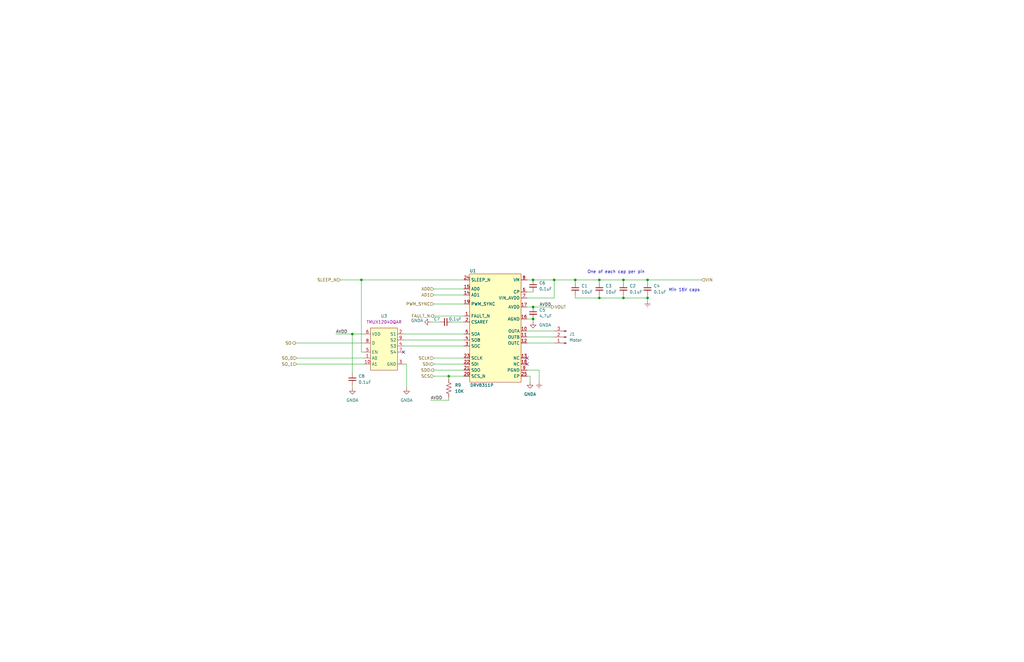
<source format=kicad_sch>
(kicad_sch (version 20230121) (generator eeschema)
  (paper "B")
  (lib_symbols
    (symbol "Connector:Conn_01x03_Pin" (pin_names (offset 1.016) hide)
      (property "Reference" "J" (at 0 5.08 0))
      (property "Value" "Conn_01x03_Pin" (at 0 -5.08 0))
      (symbol "Conn_01x03_Pin_1_1"
        (polyline (pts (xy 1.27 -2.54) (xy 0.8636 -2.54)) (stroke (width 0.1524)))
        (polyline (pts (xy 1.27 0) (xy 0.8636 0)) (stroke (width 0.1524)))
        (polyline (pts (xy 1.27 2.54) (xy 0.8636 2.54)) (stroke (width 0.1524)))
        (rectangle (start 0.8636 -2.413) (end 0 -2.667) (stroke (width 0.1524)) (fill (type outline)))
        (rectangle (start 0.8636 0.127) (end 0 -0.127) (stroke (width 0.1524)) (fill (type outline)))
        (rectangle (start 0.8636 2.667) (end 0 2.413) (stroke (width 0.1524)) (fill (type outline)))
        (pin passive line (at 5.08 2.54 180) (length 3.81) (name "Pin_1") (number "1"))
        (pin passive line (at 5.08 0 180) (length 3.81) (name "Pin_2") (number "2"))
        (pin passive line (at 5.08 -2.54 180) (length 3.81) (name "Pin_3") (number "3"))
      )
    )
    (symbol "Device:C_Small" (pin_numbers hide) (pin_names (offset 0.254) hide)
      (property "Reference" "C" (at 0.254 1.778 0))
      (property "Value" "C_Small" (at 0.254 -2.032 0))
      (symbol "C_Small_0_1"
        (polyline (pts (xy -1.524 -0.508) (xy 1.524 -0.508)) (stroke (width 0.3302)))
        (polyline (pts (xy -1.524 0.508) (xy 1.524 0.508)) (stroke (width 0.3048)))
      )
      (symbol "C_Small_1_1"
        (pin passive line (at 0 2.54 270) (length 2.032) (name "~") (number "1"))
        (pin passive line (at 0 -2.54 90) (length 2.032) (name "~") (number "2"))
      )
    )
    (symbol "Device:R_US" (pin_numbers hide) (pin_names (offset 0))
      (property "Reference" "R" (at 2.54 0 90))
      (property "Value" "R_US" (at -2.54 0 90))
      (symbol "R_US_0_1"
        (polyline (pts (xy 0 -2.286) (xy 0 -2.54)))
        (polyline (pts (xy 0 2.286) (xy 0 2.54)))
        (polyline (pts (xy 0 -0.762) (xy 1.016 -1.143) (xy 0 -1.524) (xy -1.016 -1.905) (xy 0 -2.286)))
        (polyline (pts (xy 0 0.762) (xy 1.016 0.381) (xy 0 0) (xy -1.016 -0.381) (xy 0 -0.762)))
        (polyline (pts (xy 0 2.286) (xy 1.016 1.905) (xy 0 1.524) (xy -1.016 1.143) (xy 0 0.762)))
      )
      (symbol "R_US_1_1"
        (pin passive line (at 0 3.81 270) (length 1.27) (name "~") (number "1"))
        (pin passive line (at 0 -3.81 90) (length 1.27) (name "~") (number "2"))
      )
    )
    (symbol "_Huff_Custom:DRV8311P"
      (property "Reference" "U" (at 1.27 1.27 0))
      (property "Value" "DRV8311P" (at 5.08 -46.99 0))
      (symbol "DRV8311P_0_0"
        (pin passive line (at -2.54 -17.78 0) (length 2.54) (name "FAULT_N") (number "1"))
        (pin passive line (at 24.13 -24.13 180) (length 2.54) (name "OUTA") (number "10"))
        (pin passive line (at 24.13 -26.67 180) (length 2.54) (name "OUTB") (number "11"))
        (pin passive line (at 24.13 -29.21 180) (length 2.54) (name "OUTC") (number "12"))
        (pin passive line (at 24.13 -35.56 180) (length 2.54) (name "NC") (number "13"))
        (pin passive line (at -2.54 -8.89 0) (length 2.54) (name "AD1") (number "14"))
        (pin passive line (at -2.54 -6.35 0) (length 2.54) (name "AD0") (number "15"))
        (pin passive line (at 24.13 -19.05 180) (length 2.54) (name "AGND") (number "16"))
        (pin passive line (at 24.13 -13.97 180) (length 2.54) (name "AVDD") (number "17"))
        (pin passive line (at 24.13 -38.1 180) (length 2.54) (name "NC") (number "18"))
        (pin passive line (at -2.54 -12.7 0) (length 2.54) (name "PWM_SYNC") (number "19"))
        (pin passive line (at -2.54 -20.32 0) (length 2.54) (name "CSAREF") (number "2"))
        (pin passive line (at -2.54 -43.18 0) (length 2.54) (name "SCS_N") (number "20"))
        (pin passive line (at -2.54 -40.64 0) (length 2.54) (name "SDO") (number "21"))
        (pin passive line (at -2.54 -38.1 0) (length 2.54) (name "SDI") (number "22"))
        (pin passive line (at -2.54 -35.56 0) (length 2.54) (name "SCLK") (number "23"))
        (pin passive line (at -2.54 -2.54 0) (length 2.54) (name "SLEEP_N") (number "24"))
        (pin passive line (at 24.13 -43.18 180) (length 2.54) (name "EP") (number "25"))
        (pin passive line (at -2.54 -30.48 0) (length 2.54) (name "SOC") (number "3"))
        (pin passive line (at -2.54 -27.94 0) (length 2.54) (name "SOB") (number "4"))
        (pin passive line (at -2.54 -25.4 0) (length 2.54) (name "SOA") (number "5"))
        (pin passive line (at 24.13 -7.62 180) (length 2.54) (name "CP") (number "6"))
        (pin passive line (at 24.13 -10.16 180) (length 2.54) (name "VIN_AVDD") (number "7"))
        (pin passive line (at 24.13 -2.54 180) (length 2.54) (name "VM") (number "8"))
        (pin passive line (at 24.13 -40.64 180) (length 2.54) (name "PGND") (number "9"))
      )
      (symbol "DRV8311P_1_1"
        (rectangle (start 0 0) (end 21.59 -45.72) (fill (type background)))
      )
    )
    (symbol "_Huff_Custom:TMUX1204DQAR"
      (property "Reference" "U" (at 1.27 1.27 0))
      (property "Part_Number" "TMUX1204DQAR" (at 7.62 -19.05 0))
      (symbol "TMUX1204DQAR_0_0"
        (pin unspecified line (at -2.54 -12.7 0) (length 2.54) (name "A0") (number "1"))
        (pin unspecified line (at -2.54 -15.24 0) (length 2.54) (name "A1") (number "10"))
        (pin unspecified line (at 13.97 -2.54 180) (length 2.54) (name "S1") (number "2"))
        (pin unspecified line (at 13.97 -15.24 180) (length 2.54) (name "GND") (number "3"))
        (pin unspecified line (at 13.97 -7.62 180) (length 2.54) (name "S3") (number "4"))
        (pin unspecified line (at -2.54 -10.16 0) (length 2.54) (name "EN") (number "5"))
        (pin unspecified line (at -2.54 -2.54 0) (length 2.54) (name "VDD") (number "6"))
        (pin unspecified line (at 13.97 -10.16 180) (length 2.54) (name "S4") (number "7"))
        (pin unspecified line (at -2.54 -6.35 0) (length 2.54) (name "D") (number "8"))
        (pin unspecified line (at 13.97 -5.08 180) (length 2.54) (name "S2") (number "9"))
      )
      (symbol "TMUX1204DQAR_1_1"
        (rectangle (start 0 0) (end 11.43 -17.78) (fill (type background)))
      )
    )
    (symbol "power:Earth" (power) (pin_names (offset 0))
      (symbol "Earth_0_1"
        (polyline (pts (xy -0.635 -1.905) (xy 0.635 -1.905)))
        (polyline (pts (xy -0.127 -2.54) (xy 0.127 -2.54)))
        (polyline (pts (xy 0 -1.27) (xy 0 0)))
        (polyline (pts (xy 1.27 -1.27) (xy -1.27 -1.27)))
      )
      (symbol "Earth_1_1"
        (pin power_in line (at 0 0 270) (length 0) hide (name "Earth") (number "1"))
      )
    )
    (symbol "power:GNDA" (power) (pin_names (offset 0))
      (property "Value" "GNDA" (at 0 -3.81 0))
      (symbol "GNDA_0_1"
        (polyline (pts (xy 0 0) (xy 0 -1.27) (xy 1.27 -1.27) (xy 0 -2.54) (xy -1.27 -1.27) (xy 0 -1.27)))
      )
      (symbol "GNDA_1_1"
        (pin power_in line (at 0 0 270) (length 0) hide (name "GNDA") (number "1"))
      )
    )
  )
  (junction (at 152.4 118.11))
  (junction (at 224.79 134.62))
  (junction (at 233.68 118.11))
  (junction (at 252.73 118.11))
  (junction (at 273.05 125.73))
  (junction (at 273.05 118.11))
  (junction (at 242.57 118.11))
  (junction (at 262.89 125.73))
  (junction (at 189.23 158.75))
  (junction (at 224.79 118.11))
  (junction (at 148.59 140.97))
  (junction (at 262.89 118.11))
  (junction (at 224.79 129.54))
  (junction (at 252.73 125.73))
  (no_connect (at 170.18 148.59))
  (no_connect (at 222.25 153.67))
  (no_connect (at 222.25 151.13))
  (wire (pts (xy 242.57 125.73) (xy 242.57 124.46)))
  (wire (pts (xy 182.88 124.46) (xy 195.58 124.46)))
  (wire (pts (xy 148.59 163.83) (xy 148.59 162.56)))
  (wire (pts (xy 222.25 123.19) (xy 224.79 123.19)))
  (wire (pts (xy 182.88 158.75) (xy 189.23 158.75)))
  (wire (pts (xy 227.33 156.21) (xy 227.33 161.29)))
  (wire (pts (xy 224.79 118.11) (xy 233.68 118.11)))
  (wire (pts (xy 152.4 118.11) (xy 195.58 118.11)))
  (wire (pts (xy 233.68 118.11) (xy 233.68 125.73)))
  (wire (pts (xy 262.89 118.11) (xy 273.05 118.11)))
  (wire (pts (xy 189.23 168.91) (xy 181.61 168.91)))
  (wire (pts (xy 148.59 140.97) (xy 153.67 140.97)))
  (wire (pts (xy 182.88 121.92) (xy 195.58 121.92)))
  (wire (pts (xy 181.61 135.89) (xy 185.42 135.89)))
  (wire (pts (xy 252.73 124.46) (xy 252.73 125.73)))
  (wire (pts (xy 222.25 134.62) (xy 224.79 134.62)))
  (wire (pts (xy 182.88 128.27) (xy 195.58 128.27)))
  (wire (pts (xy 189.23 160.02) (xy 189.23 158.75)))
  (wire (pts (xy 224.79 129.54) (xy 232.41 129.54)))
  (wire (pts (xy 182.88 153.67) (xy 195.58 153.67)))
  (wire (pts (xy 189.23 158.75) (xy 195.58 158.75)))
  (wire (pts (xy 262.89 124.46) (xy 262.89 125.73)))
  (wire (pts (xy 182.88 156.21) (xy 195.58 156.21)))
  (wire (pts (xy 222.25 129.54) (xy 224.79 129.54)))
  (wire (pts (xy 170.18 153.67) (xy 171.45 153.67)))
  (wire (pts (xy 170.18 146.05) (xy 195.58 146.05)))
  (wire (pts (xy 170.18 140.97) (xy 195.58 140.97)))
  (wire (pts (xy 242.57 125.73) (xy 252.73 125.73)))
  (wire (pts (xy 222.25 158.75) (xy 223.52 158.75)))
  (wire (pts (xy 222.25 118.11) (xy 224.79 118.11)))
  (wire (pts (xy 273.05 124.46) (xy 273.05 125.73)))
  (wire (pts (xy 152.4 148.59) (xy 152.4 118.11)))
  (wire (pts (xy 153.67 148.59) (xy 152.4 148.59)))
  (wire (pts (xy 125.095 153.67) (xy 153.67 153.67)))
  (wire (pts (xy 273.05 118.11) (xy 295.91 118.11)))
  (wire (pts (xy 222.25 156.21) (xy 227.33 156.21)))
  (wire (pts (xy 125.095 151.13) (xy 153.67 151.13)))
  (wire (pts (xy 141.605 140.97) (xy 148.59 140.97)))
  (wire (pts (xy 223.52 158.75) (xy 223.52 161.29)))
  (wire (pts (xy 182.88 133.35) (xy 195.58 133.35)))
  (wire (pts (xy 262.89 119.38) (xy 262.89 118.11)))
  (wire (pts (xy 252.73 118.11) (xy 262.89 118.11)))
  (wire (pts (xy 148.59 157.48) (xy 148.59 140.97)))
  (wire (pts (xy 189.23 168.91) (xy 189.23 167.64)))
  (wire (pts (xy 233.68 144.78) (xy 222.25 144.78)))
  (wire (pts (xy 171.45 153.67) (xy 171.45 163.83)))
  (wire (pts (xy 233.68 118.11) (xy 242.57 118.11)))
  (wire (pts (xy 233.68 139.7) (xy 222.25 139.7)))
  (wire (pts (xy 182.88 151.13) (xy 195.58 151.13)))
  (wire (pts (xy 143.51 118.11) (xy 152.4 118.11)))
  (wire (pts (xy 170.18 143.51) (xy 195.58 143.51)))
  (wire (pts (xy 222.25 125.73) (xy 233.68 125.73)))
  (wire (pts (xy 273.05 125.73) (xy 273.05 127)))
  (wire (pts (xy 262.89 125.73) (xy 273.05 125.73)))
  (wire (pts (xy 190.5 135.89) (xy 195.58 135.89)))
  (wire (pts (xy 124.46 144.78) (xy 153.67 144.78)))
  (wire (pts (xy 242.57 118.11) (xy 252.73 118.11)))
  (wire (pts (xy 233.68 142.24) (xy 222.25 142.24)))
  (wire (pts (xy 242.57 119.38) (xy 242.57 118.11)))
  (wire (pts (xy 252.73 119.38) (xy 252.73 118.11)))
  (wire (pts (xy 224.79 134.62) (xy 224.79 135.89)))
  (wire (pts (xy 273.05 119.38) (xy 273.05 118.11)))
  (wire (pts (xy 252.73 125.73) (xy 262.89 125.73)))
  (text "One of each cap per pin" (at 247.65 115.57 0) (effects (font (size 1.27 1.27)) (justify left bottom)))
  (text "Min 16V caps" (at 281.94 123.19 0) (effects (font (size 1.27 1.27)) (justify left bottom)))
  (label "AVDD" (at 181.61 168.91 0))
  (label "AVDD" (at 141.605 140.97 0))
  (label "AVDD" (at 232.41 129.54 180))
  (hierarchical_label "SO_1" (shape input) (at 125.095 153.67 180))
  (hierarchical_label "VOUT" (shape output) (at 232.41 129.54 0))
  (hierarchical_label "VIN" (shape input) (at 295.91 118.11 0))
  (hierarchical_label "SDI" (shape input) (at 182.88 153.67 180))
  (hierarchical_label "SCLK" (shape input) (at 182.88 151.13 180))
  (hierarchical_label "AD0" (shape input) (at 182.88 121.92 180))
  (hierarchical_label "SDO" (shape output) (at 182.88 156.21 180))
  (hierarchical_label "FAULT_N" (shape output) (at 182.88 133.35 180))
  (hierarchical_label "SLEEP_N" (shape input) (at 143.51 118.11 180))
  (hierarchical_label "SCS" (shape input) (at 182.88 158.75 180))
  (hierarchical_label "SO" (shape output) (at 124.46 144.78 180))
  (hierarchical_label "SO_0" (shape input) (at 125.095 151.13 180))
  (hierarchical_label "PWM_SYNC" (shape input) (at 182.88 128.27 180))
  (hierarchical_label "AD1" (shape input) (at 182.88 124.46 180))
  (symbol (lib_id "power:Earth") (at 273.05 127 0) (unit 1)
    (property "Reference" "#PWR04" (effects hide))
    (property "Value" "Earth" (effects hide))
    (instances (project "minidrone" (path "" (reference "#PWR04") (unit 1)) (path "" (reference "#PWR014") (unit 1)) (path "" (reference "#PWR021") (unit 1)) (path "" (reference "#PWR028") (unit 1))))
  )
  (symbol (lib_id "Device:C_Small") (at 224.79 120.65 0) (unit 1)
    (property "Reference" "C6" (at 227.33 119.3863 0) (effects (justify left)))
    (property "Value" "0.1uF" (at 227.33 121.9263 0) (effects (justify left)))
    (property "Footprint" "Capacitor_SMD:C_0402_1005Metric" (effects hide))
    (property "Datasheet" "https://search.murata.co.jp/Ceramy/image/img/A01X/G101/ENG/GRM155R71E104KE14-01.pdf" (effects hide))
    (property "Part_Number" "GRM155R71E104KE14J" (effects hide))
    (property "V_Rated" "25V" (effects hide))
    (instances (project "minidrone" (path "" (reference "C6") (unit 1)) (path "" (reference "C11") (unit 1)) (path "" (reference "C19") (unit 1)) (path "" (reference "C27") (unit 1))))
  )
  (symbol (lib_id "Device:R_US") (at 189.23 163.83 0) (unit 1)
    (property "Reference" "R9" (at 191.77 162.56 0) (effects (justify left)))
    (property "Value" "10K" (at 191.77 165.1 0) (effects (justify left)))
    (property "Footprint" "Resistor_SMD:R_0402_1005Metric" (effects hide))
    (instances (project "minidrone" (path "" (reference "R9") (unit 1)) (path "" (reference "R10") (unit 1)) (path "" (reference "R11") (unit 1)) (path "" (reference "R12") (unit 1))))
  )
  (symbol (lib_id "Device:C_Small") (at 262.89 121.92 0) (unit 1)
    (property "Reference" "C2" (at 265.43 120.6563 0) (effects (justify left)))
    (property "Value" "0.1uF" (at 265.43 123.1963 0) (effects (justify left)))
    (property "Footprint" "Capacitor_SMD:C_0402_1005Metric" (effects hide))
    (property "Datasheet" "https://search.murata.co.jp/Ceramy/image/img/A01X/G101/ENG/GRM155R71E104KE14-01.pdf" (effects hide))
    (property "Part_Number" "GRM155R71E104KE14J" (effects hide))
    (property "V_Rated" "25V" (effects hide))
    (instances (project "minidrone" (path "" (reference "C2") (unit 1)) (path "" (reference "C15") (unit 1)) (path "" (reference "C23") (unit 1)) (path "" (reference "C31") (unit 1))))
  )
  (symbol (lib_id "Device:C_Small") (at 148.59 160.02 0) (unit 1)
    (property "Reference" "C8" (at 151.13 158.7563 0) (effects (justify left)))
    (property "Value" "0.1uF" (at 151.13 161.2963 0) (effects (justify left)))
    (property "Footprint" "Capacitor_SMD:C_0402_1005Metric" (effects hide))
    (property "Datasheet" "https://search.murata.co.jp/Ceramy/image/img/A01X/G101/ENG/GRM155R71E104KE14-01.pdf" (effects hide))
    (property "Part_Number" "GRM155R71E104KE14J" (effects hide))
    (property "V_Rated" "25V" (effects hide))
    (instances (project "minidrone" (path "" (reference "C8") (unit 1)) (path "" (reference "C9") (unit 1)) (path "" (reference "C17") (unit 1)) (path "" (reference "C25") (unit 1))))
  )
  (symbol (lib_id "Device:C_Small") (at 252.73 121.92 0) (unit 1)
    (property "Reference" "C3" (at 255.27 120.6563 0) (effects (justify left)))
    (property "Value" "10uF" (at 255.27 123.1963 0) (effects (justify left)))
    (property "Footprint" "Capacitor_SMD:C_0805_2012Metric" (effects hide))
    (property "Datasheet" "https://media.digikey.com/pdf/Data%20Sheets/Samsung%20PDFs/CL21A106KOQNNNE_Spec.pdf" (effects hide))
    (property "Part_Number" "CL21A106KOQNNNE" (effects hide))
    (property "V_Rated" "16V" (effects hide))
    (instances (project "minidrone" (path "" (reference "C3") (unit 1)) (path "" (reference "C14") (unit 1)) (path "" (reference "C22") (unit 1)) (path "" (reference "C30") (unit 1))))
  )
  (symbol (lib_id "_Huff_Custom:DRV8311P") (at 198.12 115.57 0) (unit 1)
    (property "Reference" "U1" (at 199.39 114.3 0))
    (property "Value" "DRV8311P" (at 203.2 162.56 0))
    (property "Footprint" "Huff_Custom:QFN-24_EP_3x3_Pitch0.4mm" (effects hide))
    (property "Datasheet" "https://www.ti.com/lit/ds/symlink/drv8311.pdf?HQS=dis-mous-null-mousermode-dsf-pf-null-wwe&ts=1689881718477&ref_url=https%253A%252F%252Feu.mouser.com%252F" (effects hide))
    (instances (project "minidrone" (path "" (reference "U1") (unit 1)) (path "" (reference "U5") (unit 1)) (path "" (reference "U7") (unit 1)) (path "" (reference "U9") (unit 1))))
  )
  (symbol (lib_id "Device:C_Small") (at 242.57 121.92 0) (unit 1)
    (property "Reference" "C1" (at 245.11 120.6563 0) (effects (justify left)))
    (property "Value" "10uF" (at 245.11 123.1963 0) (effects (justify left)))
    (property "Footprint" "Capacitor_SMD:C_0805_2012Metric" (effects hide))
    (property "Datasheet" "https://media.digikey.com/pdf/Data%20Sheets/Samsung%20PDFs/CL21A106KOQNNNE_Spec.pdf" (effects hide))
    (property "Part_Number" "CL21A106KOQNNNE" (effects hide))
    (property "V_Rated" "16V" (effects hide))
    (instances (project "minidrone" (path "" (reference "C1") (unit 1)) (path "" (reference "C13") (unit 1)) (path "" (reference "C21") (unit 1)) (path "" (reference "C29") (unit 1))))
  )
  (symbol (lib_id "_Huff_Custom:TMUX1204DQAR") (at 156.21 138.43 0) (unit 1)
    (property "Reference" "U3" (at 161.925 133.35 0))
    (property "Footprint" "Package_SON:USON-10_2.5x1.0mm_P0.5mm" (effects hide))
    (property "Datasheet" "https://www.ti.com/general/docs/suppproductinfo.tsp?distId=26&gotoUrl=https://www.ti.com/lit/gpn/tmux1204" (effects hide))
    (property "Part_Number" "TMUX1204DQAR" (at 161.925 135.89 0))
    (instances (project "minidrone" (path "" (reference "U3") (unit 1)) (path "" (reference "U4") (unit 1)) (path "" (reference "U6") (unit 1)) (path "" (reference "U8") (unit 1))))
  )
  (symbol (lib_id "power:GNDA") (at 224.79 135.89 0) (unit 1)
    (property "Reference" "#PWR03" (effects hide))
    (property "Value" "GNDA" (at 229.87 137.16 0))
    (instances (project "minidrone" (path "" (reference "#PWR03") (unit 1)) (path "" (reference "#PWR012") (unit 1)) (path "" (reference "#PWR019") (unit 1)) (path "" (reference "#PWR026") (unit 1))))
  )
  (symbol (lib_id "power:GNDA") (at 148.59 163.83 0) (unit 1)
    (property "Reference" "#PWR07" (effects hide))
    (property "Value" "GNDA" (at 148.59 168.91 0))
    (instances (project "minidrone" (path "" (reference "#PWR07") (unit 1)) (path "" (reference "#PWR08") (unit 1)) (path "" (reference "#PWR015") (unit 1)) (path "" (reference "#PWR022") (unit 1))))
  )
  (symbol (lib_id "Device:C_Small") (at 273.05 121.92 0) (unit 1)
    (property "Reference" "C4" (at 275.59 120.6563 0) (effects (justify left)))
    (property "Value" "0.1uF" (at 275.59 123.1963 0) (effects (justify left)))
    (property "Footprint" "Capacitor_SMD:C_0402_1005Metric" (effects hide))
    (property "Datasheet" "https://search.murata.co.jp/Ceramy/image/img/A01X/G101/ENG/GRM155R71E104KE14-01.pdf" (effects hide))
    (property "Part_Number" "GRM155R71E104KE14J" (effects hide))
    (property "V_Rated" "25V" (effects hide))
    (instances (project "minidrone" (path "" (reference "C4") (unit 1)) (path "" (reference "C16") (unit 1)) (path "" (reference "C24") (unit 1)) (path "" (reference "C32") (unit 1))))
  )
  (symbol (lib_id "power:GNDA") (at 181.61 135.89 270) (unit 1)
    (property "Reference" "#PWR05" (effects hide))
    (property "Value" "GNDA" (at 175.895 135.255 90))
    (instances (project "minidrone" (path "" (reference "#PWR05") (unit 1)) (path "" (reference "#PWR010") (unit 1)) (path "" (reference "#PWR017") (unit 1)) (path "" (reference "#PWR024") (unit 1))))
  )
  (symbol (lib_id "Device:C_Small") (at 224.79 132.08 0) (unit 1)
    (property "Reference" "C5" (at 227.33 130.8163 0) (effects (justify left)))
    (property "Value" "4.7uF" (at 227.33 133.3563 0) (effects (justify left)))
    (property "Footprint" "Capacitor_SMD:C_0603_1608Metric" (effects hide))
    (property "Datasheet" "https://media.digikey.com/pdf/Data%20Sheets/Samsung%20PDFs/CL05A475KQ5NRNC_Spec.pdf" (effects hide))
    (property "Part_Number" "CL05A475KQ5NRNC" (effects hide))
    (property "Description" "CAP CER 4.7UF 6.3V X5R 0402" (effects hide))
    (property "V_Rated" "6.3V" (effects hide))
    (instances (project "minidrone" (path "" (reference "C5") (unit 1)) (path "" (reference "C12") (unit 1)) (path "" (reference "C20") (unit 1)) (path "" (reference "C28") (unit 1))))
  )
  (symbol (lib_id "Connector:Conn_01x03_Pin") (at 238.76 142.24 180) (unit 1)
    (property "Reference" "J1" (at 240.03 140.97 0) (effects (justify right)))
    (property "Value" "Motor" (at 240.03 143.51 0) (effects (justify right)))
    (property "Footprint" "Connector_PinHeader_2.00mm:PinHeader_1x03_P2.00mm_Vertical" (effects hide))
    (instances (project "minidrone" (path "" (reference "J1") (unit 1)) (path "" (reference "J2") (unit 1)) (path "" (reference "J3") (unit 1)) (path "" (reference "J4") (unit 1))))
  )
  (symbol (lib_id "power:Earth") (at 227.33 161.29 0) (unit 1)
    (property "Reference" "#PWR01" (effects hide))
    (property "Value" "Earth" (effects hide))
    (instances (project "minidrone" (path "" (reference "#PWR01") (unit 1)) (path "" (reference "#PWR013") (unit 1)) (path "" (reference "#PWR020") (unit 1)) (path "" (reference "#PWR027") (unit 1))))
  )
  (symbol (lib_id "power:GNDA") (at 223.52 161.29 0) (unit 1)
    (property "Reference" "#PWR02" (effects hide))
    (property "Value" "GNDA" (at 223.52 166.37 0))
    (instances (project "minidrone" (path "" (reference "#PWR02") (unit 1)) (path "" (reference "#PWR011") (unit 1)) (path "" (reference "#PWR018") (unit 1)) (path "" (reference "#PWR025") (unit 1))))
  )
  (symbol (lib_id "Device:C_Small") (at 187.96 135.89 270) (unit 1)
    (property "Reference" "C7" (at 182.88 134.62 90) (effects (justify left)))
    (property "Value" "0.1uF" (at 189.23 134.62 90) (effects (justify left)))
    (property "Footprint" "Capacitor_SMD:C_0402_1005Metric" (effects hide))
    (property "Datasheet" "https://search.murata.co.jp/Ceramy/image/img/A01X/G101/ENG/GRM155R71E104KE14-01.pdf" (effects hide))
    (property "Part_Number" "GRM155R71E104KE14J" (effects hide))
    (property "V_Rated" "25V" (effects hide))
    (instances (project "minidrone" (path "" (reference "C7") (unit 1)) (path "" (reference "C10") (unit 1)) (path "" (reference "C18") (unit 1)) (path "" (reference "C26") (unit 1))))
  )
  (symbol (lib_id "power:GNDA") (at 171.45 163.83 0) (unit 1)
    (property "Reference" "#PWR06" (effects hide))
    (property "Value" "GNDA" (at 171.45 168.91 0))
    (instances (project "minidrone" (path "" (reference "#PWR06") (unit 1)) (path "" (reference "#PWR09") (unit 1)) (path "" (reference "#PWR016") (unit 1)) (path "" (reference "#PWR023") (unit 1))))
  )
)
</source>
